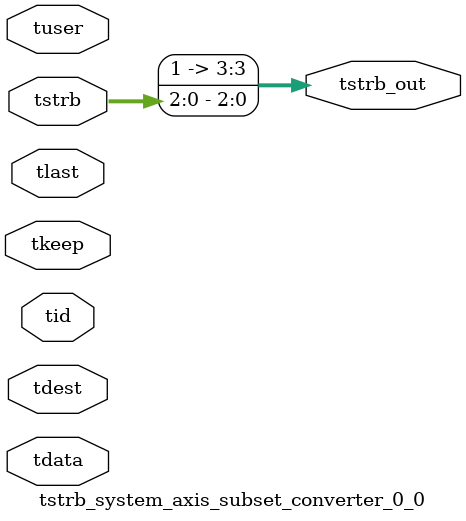
<source format=v>


`timescale 1ps/1ps

module tstrb_system_axis_subset_converter_0_0 #
(
parameter C_S_AXIS_TDATA_WIDTH = 32,
parameter C_S_AXIS_TUSER_WIDTH = 0,
parameter C_S_AXIS_TID_WIDTH   = 0,
parameter C_S_AXIS_TDEST_WIDTH = 0,
parameter C_M_AXIS_TDATA_WIDTH = 32
)
(
input  [(C_S_AXIS_TDATA_WIDTH == 0 ? 1 : C_S_AXIS_TDATA_WIDTH)-1:0     ] tdata,
input  [(C_S_AXIS_TUSER_WIDTH == 0 ? 1 : C_S_AXIS_TUSER_WIDTH)-1:0     ] tuser,
input  [(C_S_AXIS_TID_WIDTH   == 0 ? 1 : C_S_AXIS_TID_WIDTH)-1:0       ] tid,
input  [(C_S_AXIS_TDEST_WIDTH == 0 ? 1 : C_S_AXIS_TDEST_WIDTH)-1:0     ] tdest,
input  [(C_S_AXIS_TDATA_WIDTH/8)-1:0 ] tkeep,
input  [(C_S_AXIS_TDATA_WIDTH/8)-1:0 ] tstrb,
input                                                                    tlast,
output [(C_M_AXIS_TDATA_WIDTH/8)-1:0 ] tstrb_out
);

assign tstrb_out = {1'b1,tstrb[2:0]};

endmodule


</source>
